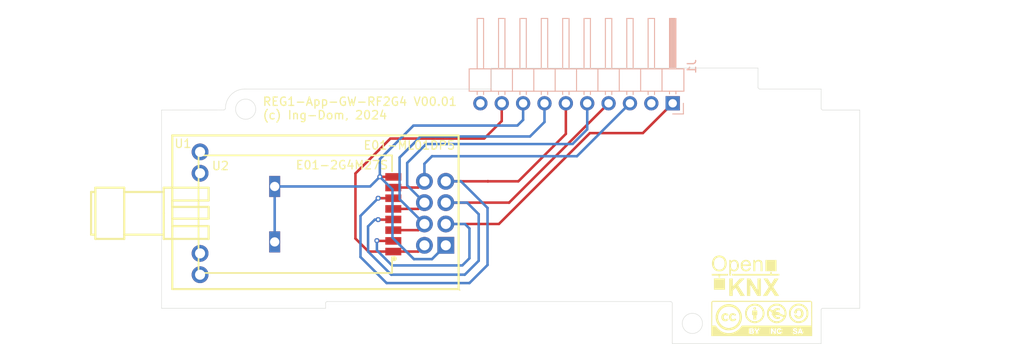
<source format=kicad_pcb>
(kicad_pcb (version 20221018) (generator pcbnew)
  (title_block (date "2024-07-27") (rev "V01.00"))
  (layers (0 "F.Cu" signal) (31 "B.Cu" signal) (34 "B.Paste" user) (35 "F.Paste" user) (36 "B.SilkS" user "B.Silkscreen") (37 "F.SilkS" user "F.Silkscreen") (38 "B.Mask" user) (39 "F.Mask" user) (44 "Edge.Cuts" user))
  (net 0 "")
  (net 7 "enable")
  (net 8 "INT")
  (net 9 "CLK")
  (net 10 "MOSI")
  (net 11 "MISO")
  (net 12 "CS")
  (net 13 "GND")
  (net 14 "+3.3V")
  (footprint "EasyEDALib:WIRELM-TH_E01-ML01DP5" (layer "F.Cu") (at 89.185014 107.396877)
    (fp_text reference "U1" (at -16.635014 -8.296877) (layer "F.SilkS"))
    (fp_text value "E01-ML01DP5" (at 10.264986 -8.096877 180) (layer "F.SilkS"))
    (pad "1" thru_hole rect (at 14.605029 3.810135 180) (size 2 2) (drill 1.2) (layers "*.Cu" "*.Mask") (net 13 "GND"))
    (pad "2" thru_hole circle (at 12.065024 3.810135) (size 2 2) (drill 1.2) (layers "*.Cu" "*.Mask") (net 14 "+3.3V"))
    (pad "3" thru_hole circle (at 14.605029 1.27013) (size 2 2) (drill 1.2) (layers "*.Cu" "*.Mask") (net 7 "enable"))
    (pad "4" thru_hole circle (at 12.065024 1.27013) (size 2 2) (drill 1.2) (layers "*.Cu" "*.Mask") (net 12 "CS"))
    (pad "5" thru_hole circle (at 14.605029 -1.269876) (size 2 2) (drill 1.2) (layers "*.Cu" "*.Mask") (net 9 "CLK"))
    (pad "6" thru_hole circle (at 12.065024 -1.269876) (size 2 2) (drill 1.2) (layers "*.Cu" "*.Mask") (net 10 "MOSI"))
    (pad "7" thru_hole circle (at 14.605029 -3.809881) (size 2 2) (drill 1.2) (layers "*.Cu" "*.Mask") (net 11 "MISO"))
    (pad "8" thru_hole circle (at 12.065024 -3.809881) (size 2 2) (drill 1.2) (layers "*.Cu" "*.Mask") (net 8 "INT"))
    (pad "9" thru_hole circle (at -14.605029 7.310008) (size 2 2) (drill 1.2) (layers "*.Cu" "*.Mask"))
    (pad "10" thru_hole circle (at -14.605029 4.770003) (size 2 2) (drill 1.2) (layers "*.Cu" "*.Mask"))
    (pad "11" thru_hole circle (at -14.605029 -4.770003) (size 2 2) (drill 1.2) (layers "*.Cu" "*.Mask"))
    (pad "12" thru_hole circle (at -14.605029 -7.310008) (size 2 2) (drill 1.2) (layers "*.Cu" "*.Mask"))
  )
  (footprint "OpenKNX:CC-BY-NY-SA_12x4" (layer "F.Cu") (at 141.325111 119.895111)
    (fp_text reference "G1")
    (fp_text value "LOGO" hide)
  )
  (footprint "OpenKNX:OpenKNX_Logo_10x10" (layer "F.Cu") (at 139.42 114.81)
    (fp_text reference "G***")
    (fp_text value "LOGO" hide)
  )
  (footprint "EasyEDAModLib:C2971732_WIRELM-SMD_10P-L23.0-W14.0-P1.27_E01-2G4M27S_Handsolder" (layer "F.Cu") (at 90.5 107.5 -90)
    (fp_text reference "U2" (at -5.75 13.5 -180) (layer "F.SilkS"))
    (fp_text value "E01-2G4M27S" (at -5.85 -0.95 -180) (layer "F.SilkS"))
    (pad "1" smd rect (at 4.45 -7.05 180) (size 1.9 0.9) (layers "F.Cu" "F.Paste" "F.Mask") (net 14 "+3.3V"))
    (pad "2" smd rect (at 3.18 -7.05 180) (size 1.9 0.9) (layers "F.Cu" "F.Paste" "F.Mask") (net 7 "enable"))
    (pad "3" smd rect (at 1.9 -7.05 180) (size 1.9 0.9) (layers "F.Cu" "F.Paste" "F.Mask") (net 12 "CS"))
    (pad "4" smd rect (at 0.63 -7.05 180) (size 1.9 0.9) (layers "F.Cu" "F.Paste" "F.Mask") (net 9 "CLK"))
    (pad "5" smd rect (at -0.63 -7.05 180) (size 1.9 0.9) (layers "F.Cu" "F.Paste" "F.Mask") (net 10 "MOSI"))
    (pad "6" smd rect (at -1.9 -7.05 180) (size 1.9 0.9) (layers "F.Cu" "F.Paste" "F.Mask") (net 11 "MISO"))
    (pad "7" smd rect (at -3.17 -7.05 180) (size 1.9 0.9) (layers "F.Cu" "F.Paste" "F.Mask") (net 8 "INT"))
    (pad "8" smd rect (at -4.44 -7.05 180) (size 1.9 0.9) (layers "F.Cu" "F.Paste" "F.Mask") (net 13 "GND"))
    (pad "9" thru_hole rect (at -3.3 7.05 180) (size 1.3 2.5) (drill 1.1) (layers "*.Cu" "*.Mask") (net 13 "GND"))
    (pad "10" thru_hole rect (at 3.3 7.05 180) (size 1.3 2.5) (drill 1.1) (layers "*.Cu" "*.Mask") (net 13 "GND"))
  )
  (footprint "Connector_PinHeader_2.54mm:PinHeader_1x10_P2.54mm_Horizontal" (layer "B.Cu") (at 130.76 94.3 90)
    (fp_text reference "J1" (at 4.385 2.27 90) (layer "B.SilkS") (effects (justify mirror)))
    (fp_text value "REG1_App_Connector")
    (pad "1" thru_hole rect locked (at 0 0 90) (size 1.7 1.7) (drill 1) (layers "*.Cu" "*.Mask") (net 7 "enable"))
    (pad "2" thru_hole oval locked (at 0 -2.54 90) (size 1.7 1.7) (drill 1) (layers "*.Cu" "*.Mask"))
    (pad "3" thru_hole oval locked (at 0 -5.08 90) (size 1.7 1.7) (drill 1) (layers "*.Cu" "*.Mask") (net 8 "INT"))
    (pad "4" thru_hole oval locked (at 0 -7.62 90) (size 1.7 1.7) (drill 1) (layers "*.Cu" "*.Mask") (net 9 "CLK"))
    (pad "5" thru_hole oval locked (at 0 -10.16 90) (size 1.7 1.7) (drill 1) (layers "*.Cu" "*.Mask") (net 10 "MOSI"))
    (pad "6" thru_hole oval locked (at 0 -12.7 90) (size 1.7 1.7) (drill 1) (layers "*.Cu" "*.Mask") (net 11 "MISO"))
    (pad "7" thru_hole oval locked (at 0 -15.24 90) (size 1.7 1.7) (drill 1) (layers "*.Cu" "*.Mask") (net 12 "CS"))
    (pad "8" thru_hole oval locked (at 0 -17.78 90) (size 1.7 1.7) (drill 1) (layers "*.Cu" "*.Mask") (net 13 "GND"))
    (pad "9" thru_hole oval locked (at 0 -20.32 90) (size 1.7 1.7) (drill 1) (layers "*.Cu" "*.Mask") (net 14 "+3.3V"))
    (pad "10" thru_hole oval locked (at 0 -22.86 90) (size 1.7 1.7) (drill 1) (layers "*.Cu" "*.Mask"))
  )
  (gr_line (start 130.5 117.9) (end 89.7 117.9) (stroke (width 0.05)) (layer "Edge.Cuts"))
  (gr_line (start 89.5 118.7) (end 70 118.7) (stroke (width 0.05)) (layer "Edge.Cuts"))
  (gr_line (start 153 95.1) (end 153 118.7) (stroke (width 0.05)) (layer "Edge.Cuts"))
  (gr_line (start 70 95.1) (end 70 118.7) (stroke (width 0.05)) (layer "Edge.Cuts"))
  (gr_line (start 109.2 90.1) (end 140.9 90.1) (stroke (width 0.05)) (layer "Edge.Cuts"))
  (gr_arc (start 141.1 92.6) (mid 140.958579 92.541421) (end 140.9 92.4) (stroke (width 0.05)) (layer "Edge.Cuts"))
  (gr_line (start 70 95.1) (end 77.4 95.091005) (stroke (width 0.05)) (layer "Edge.Cuts"))
  (gr_line (start 148.4 118.9) (end 148.4 122.9) (stroke (width 0.05)) (layer "Edge.Cuts"))
  (gr_arc (start 148.6 95.1) (mid 148.458579 95.041421) (end 148.4 94.9) (stroke (width 0.05)) (layer "Edge.Cuts"))
  (gr_line (start 153 118.7) (end 148.6 118.7) (stroke (width 0.05)) (layer "Edge.Cuts"))
  (gr_line (start 109.2 90.1) (end 109.2 92.4) (stroke (width 0.05)) (layer "Edge.Cuts"))
  (gr_line (start 109 92.6) (end 79.9 92.6) (stroke (width 0.05)) (layer "Edge.Cuts"))
  (gr_line (start 153 95.1) (end 148.6 95.1) (stroke (width 0.05)) (layer "Edge.Cuts"))
  (gr_circle (center 80 95) (end 81.2 95) (stroke (width 0.05)) (fill none) (layer "Edge.Cuts"))
  (gr_arc (start 148.4 118.9) (mid 148.458579 118.758579) (end 148.6 118.7) (stroke (width 0.05)) (layer "Edge.Cuts"))
  (gr_circle (center 133.1 120.5) (end 133.1 121.7) (stroke (width 0.05)) (fill none) (layer "Edge.Cuts"))
  (gr_line (start 141.1 92.6) (end 148.4 92.6) (stroke (width 0.05)) (layer "Edge.Cuts"))
  (gr_line (start 148.4 122.9) (end 130.7 122.9) (stroke (width 0.05)) (layer "Edge.Cuts"))
  (gr_line (start 89.5 118.7) (end 89.5 118.1) (stroke (width 0.05)) (layer "Edge.Cuts"))
  (gr_arc (start 109.2 92.4) (mid 109.141421 92.541421) (end 109 92.6) (stroke (width 0.05)) (layer "Edge.Cuts"))
  (gr_arc (start 130.5 117.9) (mid 130.641421 117.958579) (end 130.7 118.1) (stroke (width 0.05)) (layer "Edge.Cuts"))
  (gr_arc (start 77.6 94.9) (mid 78.273654 93.273654) (end 79.9 92.6) (stroke (width 0.05)) (layer "Edge.Cuts"))
  (gr_line (start 130.7 122.9) (end 130.7 118.1) (stroke (width 0.05)) (layer "Edge.Cuts"))
  (gr_arc (start 77.591005 94.9) (mid 77.535061 95.035061) (end 77.4 95.091005) (stroke (width 0.05)) (layer "Edge.Cuts"))
  (gr_line (start 148.4 94.9) (end 148.4 92.6) (stroke (width 0.05)) (layer "Edge.Cuts"))
  (gr_arc (start 89.5 118.1) (mid 89.558579 117.958579) (end 89.7 117.9) (stroke (width 0.05)) (layer "Edge.Cuts"))
  (gr_line (start 140.9 90.1) (end 140.9 92.4) (stroke (width 0.05)) (layer "Edge.Cuts"))
  (gr_text "REG1-App-GW-RF2G4 V00.01\n(c) Ing-Dom, 2024" (at 81.95 94.9) (layer "F.SilkS") (effects (font (size 1 1)) (justify left)))
  (segment (start 116.833503 101.933503) (end 110.1 108.667007) (width 0.3) (layer "F.Cu") (net 7))
  (segment (start 127.21 97.85) (end 120.917007 97.85) (width 0.3) (layer "F.Cu") (net 7))
  (segment (start 120.917007 97.85) (end 116.833503 101.933503) (width 0.3) (layer "F.Cu") (net 7))
  (segment (start 97.55 110.68) (end 95.63 110.68) (width 0.3) (layer "F.Cu") (net 7))
  (segment (start 95.63 110.68) (end 95.6 110.65) (width 0.3) (layer "F.Cu") (net 7))
  (segment (start 130.76 94.3) (end 127.21 97.85) (width 0.3) (layer "F.Cu") (net 7))
  (segment (start 103.790043 108.667007) (end 110.1 108.667007) (width 0.3) (layer "F.Cu") (net 7))
  (via (at 95.6 110.65) (size 0.6) (drill 0.3) (layers "F.Cu" "B.Cu") (net 7))
  (segment (start 105.75 113.6) (end 106.6 112.75) (width 0.3) (layer "B.Cu") (net 7))
  (segment (start 106.6 112.75) (end 106.6 109.2) (width 0.3) (layer "B.Cu") (net 7))
  (segment (start 106.6 109.2) (end 106.067007 108.667007) (width 0.3) (layer "B.Cu") (net 7))
  (segment (start 106.067007 108.667007) (end 103.790043 108.667007) (width 0.3) (layer "B.Cu") (net 7))
  (segment (start 95.6 111.8) (end 97.4 113.6) (width 0.3) (layer "B.Cu") (net 7))
  (segment (start 95.6 110.65) (end 95.6 111.8) (width 0.3) (layer "B.Cu") (net 7))
  (segment (start 97.4 113.6) (end 105.75 113.6) (width 0.3) (layer "B.Cu") (net 7))
  (segment (start 97.55 104.33) (end 100.507034 104.33) (width 0.3) (layer "F.Cu") (net 8))
  (segment (start 100.507034 104.33) (end 101.250038 103.586996) (width 0.3) (layer "F.Cu") (net 8))
  (segment (start 119.38 100.6) (end 102.15 100.6) (width 0.3) (layer "B.Cu") (net 8))
  (segment (start 101.250038 101.499962) (end 101.250038 103.586996) (width 0.3) (layer "B.Cu") (net 8))
  (segment (start 125.68 94.3) (end 119.38 100.6) (width 0.3) (layer "B.Cu") (net 8))
  (segment (start 102.15 100.6) (end 101.250038 101.499962) (width 0.3) (layer "B.Cu") (net 8))
  (segment (start 95.75 108.15) (end 97.53 108.15) (width 0.3) (layer "F.Cu") (net 9))
  (segment (start 111.32 106.12) (end 111.312999 106.127001) (width 0.3) (layer "F.Cu") (net 9))
  (segment (start 123.14 94.3) (end 111.32 106.12) (width 0.3) (layer "F.Cu") (net 9))
  (segment (start 97.53 108.15) (end 97.55 108.13) (width 0.3) (layer "F.Cu") (net 9))
  (segment (start 111.312999 106.127001) (end 103.790043 106.127001) (width 0.3) (layer "F.Cu") (net 9))
  (via (at 95.75 108.15) (size 0.6) (drill 0.3) (layers "F.Cu" "B.Cu") (net 9))
  (segment (start 97.3 114.7) (end 106.05 114.7) (width 0.3) (layer "B.Cu") (net 9))
  (segment (start 95.35 108.15) (end 94.55 108.95) (width 0.3) (layer "B.Cu") (net 9))
  (segment (start 94.55 108.95) (end 94.55 111.95) (width 0.3) (layer "B.Cu") (net 9))
  (segment (start 94.55 111.95) (end 97.3 114.7) (width 0.3) (layer "B.Cu") (net 9))
  (segment (start 107.7 107.5) (end 106.327001 106.127001) (width 0.3) (layer "B.Cu") (net 9))
  (segment (start 106.05 114.7) (end 107.7 113.05) (width 0.3) (layer "B.Cu") (net 9))
  (segment (start 106.327001 106.127001) (end 103.790043 106.127001) (width 0.3) (layer "B.Cu") (net 9))
  (segment (start 95.75 108.15) (end 95.35 108.15) (width 0.3) (layer "B.Cu") (net 9))
  (segment (start 107.7 113.05) (end 107.7 107.5) (width 0.3) (layer "B.Cu") (net 9))
  (segment (start 100.507039 106.87) (end 97.55 106.87) (width 0.3) (layer "F.Cu") (net 10))
  (segment (start 101.250038 106.127001) (end 100.507039 106.87) (width 0.3) (layer "F.Cu") (net 10))
  (segment (start 101.45 99.15) (end 118.85 99.15) (width 0.3) (layer "B.Cu") (net 10))
  (segment (start 118.85 99.15) (end 120.6 97.4) (width 0.3) (layer "B.Cu") (net 10))
  (segment (start 120.6 97.4) (end 120.6 94.3) (width 0.3) (layer "B.Cu") (net 10))
  (segment (start 101.250038 106.127001) (end 99.2 104.076963) (width 0.3) (layer "B.Cu") (net 10))
  (segment (start 99.2 101.4) (end 101.45 99.15) (width 0.3) (layer "B.Cu") (net 10))
  (segment (start 99.2 104.076963) (end 99.2 101.4) (width 0.3) (layer "B.Cu") (net 10))
  (segment (start 118.06 94.3) (end 118.06 97.94) (width 0.3) (layer "F.Cu") (net 11))
  (segment (start 108.786996 103.586996) (end 103.790043 103.586996) (width 0.3) (layer "F.Cu") (net 11))
  (segment (start 112.413004 103.586996) (end 108.793004 103.586996) (width 0.3) (layer "F.Cu") (net 11))
  (segment (start 97.55 105.6) (end 95.75 105.6) (width 0.3) (layer "F.Cu") (net 11))
  (segment (start 108.79 103.59) (end 108.786996 103.586996) (width 0.3) (layer "F.Cu") (net 11))
  (segment (start 118.06 97.94) (end 112.413004 103.586996) (width 0.3) (layer "F.Cu") (net 11))
  (segment (start 108.793004 103.586996) (end 108.79 103.59) (width 0.3) (layer "F.Cu") (net 11))
  (via (at 95.75 105.6) (size 0.6) (drill 0.3) (layers "F.Cu" "B.Cu") (net 11))
  (segment (start 96.75 115.7) (end 106.6 115.7) (width 0.3) (layer "B.Cu") (net 11))
  (segment (start 105.586996 103.586996) (end 103.790043 103.586996) (width 0.3) (layer "B.Cu") (net 11))
  (segment (start 108.75 113.55) (end 108.75 106.75) (width 0.3) (layer "B.Cu") (net 11))
  (segment (start 106.6 115.7) (end 108.75 113.55) (width 0.3) (layer "B.Cu") (net 11))
  (segment (start 93.65 107.7) (end 93.65 112.6) (width 0.3) (layer "B.Cu") (net 11))
  (segment (start 93.65 112.6) (end 96.75 115.7) (width 0.3) (layer "B.Cu") (net 11))
  (segment (start 95.75 105.6) (end 93.65 107.7) (width 0.3) (layer "B.Cu") (net 11))
  (segment (start 108.75 106.75) (end 105.586996 103.586996) (width 0.3) (layer "B.Cu") (net 11))
  (segment (start 100.517045 109.4) (end 101.250038 108.667007) (width 0.3) (layer "F.Cu") (net 12))
  (segment (start 97.55 109.4) (end 100.517045 109.4) (width 0.3) (layer "F.Cu") (net 12))
  (segment (start 113.8 98.25) (end 115.52 96.53) (width 0.3) (layer "B.Cu") (net 12))
  (segment (start 98.3 100.75) (end 100.8 98.25) (width 0.3) (layer "B.Cu") (net 12))
  (segment (start 115.52 96.53) (end 115.52 94.3) (width 0.3) (layer "B.Cu") (net 12))
  (segment (start 100.8 98.25) (end 113.8 98.25) (width 0.3) (layer "B.Cu") (net 12))
  (segment (start 101.250038 108.667007) (end 98.3 105.716969) (width 0.3) (layer "B.Cu") (net 12))
  (segment (start 98.3 105.716969) (end 98.3 100.75) (width 0.3) (layer "B.Cu") (net 12))
  (segment (start 97.54 103.05) (end 97.55 103.06) (width 0.3) (layer "F.Cu") (net 13))
  (segment (start 95.95 103.05) (end 97.54 103.05) (width 0.3) (layer "F.Cu") (net 13))
  (via (at 95.95 103.05) (size 0.6) (drill 0.3) (layers "F.Cu" "B.Cu") (net 13))
  (segment (start 94.8 104.2) (end 83.45 104.2) (width 0.3) (layer "B.Cu") (net 13))
  (segment (start 95.95 103.05) (end 97.45 104.55) (width 0.3) (layer "B.Cu") (net 13))
  (segment (start 100 112.85) (end 102.147055 112.85) (width 0.3) (layer "B.Cu") (net 13))
  (segment (start 112.3 96.95) (end 112.98 96.27) (width 0.3) (layer "B.Cu") (net 13))
  (segment (start 102.147055 112.85) (end 103.790043 111.207012) (width 0.3) (layer "B.Cu") (net 13))
  (segment (start 112.98 96.27) (end 112.98 94.3) (width 0.3) (layer "B.Cu") (net 13))
  (segment (start 99.95 96.95) (end 112.3 96.95) (width 0.3) (layer "B.Cu") (net 13))
  (segment (start 97.45 110.3) (end 100 112.85) (width 0.3) (layer "B.Cu") (net 13))
  (segment (start 97.45 104.55) (end 97.45 110.3) (width 0.3) (layer "B.Cu") (net 13))
  (segment (start 95.95 103.05) (end 95.95 100.95) (width 0.3) (layer "B.Cu") (net 13))
  (segment (start 95.95 100.95) (end 99.95 96.95) (width 0.3) (layer "B.Cu") (net 13))
  (segment (start 95.95 103.05) (end 94.8 104.2) (width 0.3) (layer "B.Cu") (net 13))
  (segment (start 83.45 104.2) (end 83.45 110.8) (width 0.3) (layer "B.Cu") (net 13))
  (segment (start 93.05 102.65) (end 97.2 98.5) (width 0.3) (layer "F.Cu") (net 14))
  (segment (start 94.6 111.95) (end 93.05 110.4) (width 0.3) (layer "F.Cu") (net 14))
  (segment (start 93.05 110.4) (end 93.05 102.65) (width 0.3) (layer "F.Cu") (net 14))
  (segment (start 110.44 96.41) (end 110.44 94.3) (width 0.3) (layer "F.Cu") (net 14))
  (segment (start 108.35 98.5) (end 110.44 96.41) (width 0.3) (layer "F.Cu") (net 14))
  (segment (start 100.50705 111.95) (end 101.250038 111.207012) (width 0.3) (layer "F.Cu") (net 14))
  (segment (start 97.2 98.5) (end 108.35 98.5) (width 0.3) (layer "F.Cu") (net 14))
  (segment (start 97.55 111.95) (end 100.50705 111.95) (width 0.3) (layer "F.Cu") (net 14))
  (segment (start 97.55 111.95) (end 94.6 111.95) (width 0.3) (layer "F.Cu") (net 14))
)
</source>
